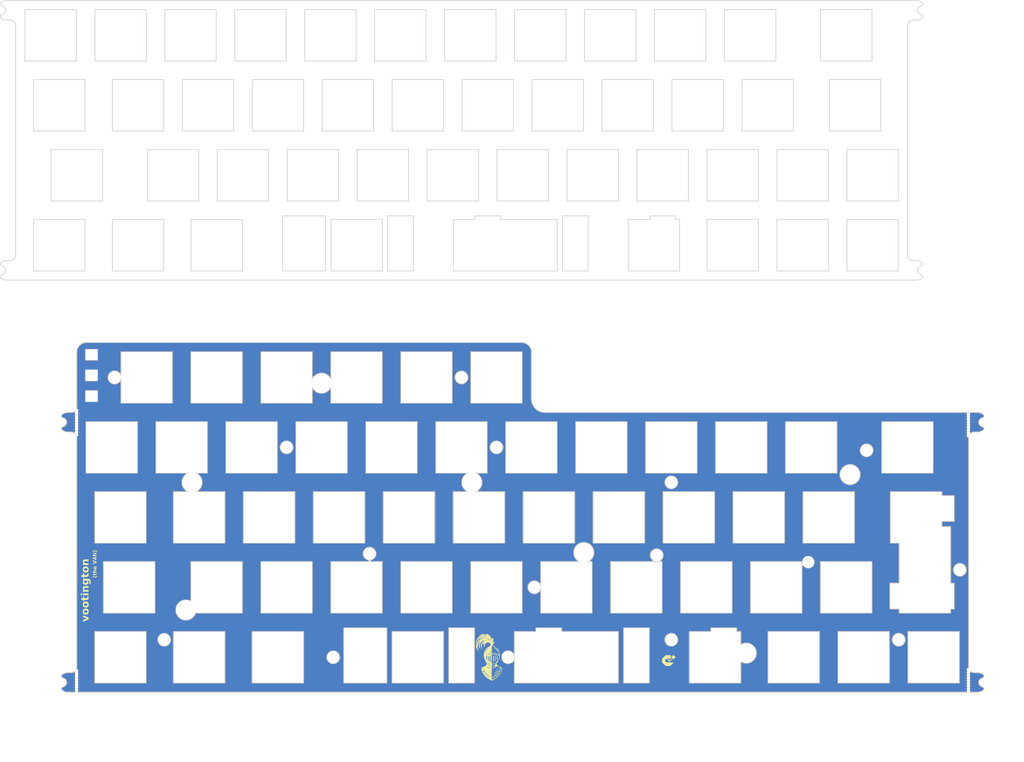
<source format=kicad_pcb>
(kicad_pcb (version 20240108) (generator "pcbnew") (generator_version "8.0")
  (layers (0 "F.Cu" signal) (31 "B.Cu" signal) (34 "B.Paste" user) (35 "F.Paste" user) (36 "B.SilkS" user "B.Silkscreen") (37 "F.SilkS" user "F.Silkscreen") (38 "B.Mask" user) (39 "F.Mask" user) (44 "Edge.Cuts" user))
  (net 0 "")
  (footprint "cipulot_parts:mousebites_2.5mm" (layer "F.Cu") (at 26.9875 103.98125)
    (property "Reference" "REF**" (hide yes))
    (property "Value" "mousebites 2mm" (hide yes))
    (pad "" np_thru_hole circle (at -0.05 -1.85) (size 0.5 0.5) (drill 0.5) (layers "*.Cu" "*.Mask"))
    (pad "" np_thru_hole circle (at -0.05 -1.11) (size 0.5 0.5) (drill 0.5) (layers "*.Cu" "*.Mask"))
    (pad "" np_thru_hole circle (at -0.05 -0.37) (size 0.5 0.5) (drill 0.5) (layers "*.Cu" "*.Mask"))
    (pad "" np_thru_hole circle (at -0.05 0.37) (size 0.5 0.5) (drill 0.5) (layers "*.Cu" "*.Mask"))
    (pad "" np_thru_hole circle (at -0.05 1.11) (size 0.5 0.5) (drill 0.5) (layers "*.Cu" "*.Mask"))
    (pad "" np_thru_hole circle (at -0.05 1.11) (size 0.5 0.5) (drill 0.5) (layers "*.Cu" "*.Mask"))
    (pad "" np_thru_hole circle (at -0.05 1.85) (size 0.5 0.5) (drill 0.5) (layers "*.Cu" "*.Mask"))
    (pad "" np_thru_hole circle (at -0.05 2.561) (size 0.5 0.5) (drill 0.5) (layers "*.Cu" "*.Mask"))
    (pad "" np_thru_hole circle (at -0.05 3.349) (size 0.5 0.5) (drill 0.5) (layers "*.Cu" "*.Mask"))
    (pad "" np_thru_hole circle (at -0.05 4.137) (size 0.5 0.5) (drill 0.5) (layers "*.Cu" "*.Mask"))
  )
  (footprint "LOGO" (layer "F.Cu") (at 140.039996 98.424999)
    (property "Reference" "G***" (hide yes))
    (property "Value" "LOGO" (hide yes))
  )
  (footprint "LOGO" (layer "F.Cu") (at 188.11875 99.21875)
    (property "Reference" "G***" (hide yes))
    (property "Value" "LOGO" (hide yes))
  )
  (footprint "cipulot_parts:mousebites_2.5mm" (layer "F.Cu") (at 269.875 34.751)
    (property "Reference" "REF**" (hide yes))
    (property "Value" "mousebites 2mm" (hide yes))
    (pad "" np_thru_hole circle (at -0.05 -2.561) (size 0.5 0.5) (drill 0.5) (layers "F&B.Cu" "*.Mask"))
    (pad "" np_thru_hole circle (at -0.05 -1.85) (size 0.5 0.5) (drill 0.5) (layers "F&B.Cu" "*.Mask"))
    (pad "" np_thru_hole circle (at -0.05 -1.11) (size 0.5 0.5) (drill 0.5) (layers "F&B.Cu" "*.Mask"))
    (pad "" np_thru_hole circle (at -0.05 -0.37) (size 0.5 0.5) (drill 0.5) (layers "F&B.Cu" "*.Mask"))
    (pad "" np_thru_hole circle (at -0.05 0.37) (size 0.5 0.5) (drill 0.5) (layers "F&B.Cu" "*.Mask"))
    (pad "" np_thru_hole circle (at -0.05 1.11) (size 0.5 0.5) (drill 0.5) (layers "F&B.Cu" "*.Mask"))
    (pad "" np_thru_hole circle (at -0.05 1.11) (size 0.5 0.5) (drill 0.5) (layers "F&B.Cu" "*.Mask"))
    (pad "" np_thru_hole circle (at -0.05 1.85) (size 0.5 0.5) (drill 0.5) (layers "F&B.Cu" "*.Mask"))
    (pad "" np_thru_hole circle (at -0.05 2.561) (size 0.5 0.5) (drill 0.5) (layers "F&B.Cu" "*.Mask"))
    (pad "" np_thru_hole circle (at -0.05 3.349) (size 0.5 0.5) (drill 0.5) (layers "F&B.Cu" "*.Mask"))
  )
  (footprint "cipulot_parts:mousebites_2.5mm" (layer "F.Cu") (at 269.875 103.665)
    (property "Reference" "REF**" (hide yes))
    (property "Value" "mousebites 2mm" (hide yes))
    (pad "" np_thru_hole circle (at -0.05 -1.85) (size 0.5 0.5) (drill 0.5) (layers "*.Cu" "*.Mask"))
    (pad "" np_thru_hole circle (at -0.05 -1.11) (size 0.5 0.5) (drill 0.5) (layers "*.Cu" "*.Mask"))
    (pad "" np_thru_hole circle (at -0.05 -0.37) (size 0.5 0.5) (drill 0.5) (layers "*.Cu" "*.Mask"))
    (pad "" np_thru_hole circle (at -0.05 0.37) (size 0.5 0.5) (drill 0.5) (layers "*.Cu" "*.Mask"))
    (pad "" np_thru_hole circle (at -0.05 1.11) (size 0.5 0.5) (drill 0.5) (layers "*.Cu" "*.Mask"))
    (pad "" np_thru_hole circle (at -0.05 1.11) (size 0.5 0.5) (drill 0.5) (layers "*.Cu" "*.Mask"))
    (pad "" np_thru_hole circle (at -0.05 1.85) (size 0.5 0.5) (drill 0.5) (layers "*.Cu" "*.Mask"))
    (pad "" np_thru_hole circle (at -0.05 2.561) (size 0.5 0.5) (drill 0.5) (layers "*.Cu" "*.Mask"))
    (pad "" np_thru_hole circle (at -0.05 3.349) (size 0.5 0.5) (drill 0.5) (layers "*.Cu" "*.Mask"))
    (pad "" np_thru_hole circle (at -0.05 4.137) (size 0.5 0.5) (drill 0.5) (layers "*.Cu" "*.Mask"))
  )
  (footprint "cipulot_parts:mousebites_2.5mm" (layer "F.Cu") (at 26.9875 33.76125)
    (property "Reference" "REF**" (hide yes))
    (property "Value" "mousebites 2mm" (hide yes))
    (pad "" np_thru_hole circle (at -0.05 -2.561) (size 0.5 0.5) (drill 0.5) (layers "*.Cu" "*.Mask"))
    (pad "" np_thru_hole circle (at -0.05 -1.85) (size 0.5 0.5) (drill 0.5) (layers "*.Cu" "*.Mask"))
    (pad "" np_thru_hole circle (at -0.05 -1.11) (size 0.5 0.5) (drill 0.5) (layers "*.Cu" "*.Mask"))
    (pad "" np_thru_hole circle (at -0.05 -0.37) (size 0.5 0.5) (drill 0.5) (layers "*.Cu" "*.Mask"))
    (pad "" np_thru_hole circle (at -0.05 0.37) (size 0.5 0.5) (drill 0.5) (layers "*.Cu" "*.Mask"))
    (pad "" np_thru_hole circle (at -0.05 1.11) (size 0.5 0.5) (drill 0.5) (layers "*.Cu" "*.Mask"))
    (pad "" np_thru_hole circle (at -0.05 1.11) (size 0.5 0.5) (drill 0.5) (layers "*.Cu" "*.Mask"))
    (pad "" np_thru_hole circle (at -0.05 1.85) (size 0.5 0.5) (drill 0.5) (layers "*.Cu" "*.Mask"))
    (pad "" np_thru_hole circle (at -0.05 2.561) (size 0.5 0.5) (drill 0.5) (layers "*.Cu" "*.Mask"))
    (pad "" np_thru_hole circle (at -0.05 3.349) (size 0.5 0.5) (drill 0.5) (layers "*.Cu" "*.Mask"))
    (pad "" np_thru_hole circle (at -0.05 4.137) (size 0.5 0.5) (drill 0.5) (layers "*.Cu" "*.Mask"))
  )
  (gr_line (start 124.475 67.33125) (end 110.475 67.33125) (stroke (width 0.2)) (layer "Edge.Cuts"))
  (gr_line (start 129.2375 15.23125) (end 129.2375 29.23125) (stroke (width 0.2)) (layer "Edge.Cuts"))
  (gr_arc (start 6.382554 -4.826104) (mid 6.203056 -5.336169) (end 6.592539 -5.711255) (stroke (width 0.2)) (layer "Edge.Cuts"))
  (gr_line (start 191.181251 -20.7875) (end 190.056251 -20.7875) (stroke (width 0.2)) (layer "Edge.Cuts"))
  (gr_line (start 64.975001 -63.9375) (end 64.975001 -77.9375) (stroke (width 0.2)) (layer "Edge.Cuts"))
  (gr_line (start 88.75625 91.43125) (end 88.75625 105.43125) (stroke (width 0.2)) (layer "Edge.Cuts"))
  (gr_line (start 205.725 67.33125) (end 205.725 53.33125) (stroke (width 0.2)) (layer "Edge.Cuts"))
  (gr_line (start 167.3375 72.38125) (end 166.274524 72.38125) (stroke (width 0.2)) (layer "Edge.Cuts"))
  (gr_arc (start 273.842447 103.169854) (mid 274.021946 103.679919) (end 273.632463 104.055005) (stroke (width 0.2)) (layer "Edge.Cuts"))
  (gr_line (start 170.037501 -58.8875) (end 170.037501 -44.8875) (stroke (width 0.2)) (layer "Edge.Cuts"))
  (gr_line (start 25.4875 102.60625) (end 24.6625 102.60625) (stroke (width 0.2)) (layer "Edge.Cuts"))
  (gr_line (start 234.0125 34.28125) (end 234.0125 48.28125) (stroke (width 0.2)) (layer "Edge.Cuts"))
  (gr_arc (start 26.9875 30.25625) (mid 26.54816 31.31691) (end 25.4875 31.75625) (stroke (width 0.2)) (layer "Edge.Cuts"))
  (gr_line (start 29.256251 -58.8875) (end 15.256251 -58.8875) (stroke (width 0.2)) (layer "Edge.Cuts"))
  (gr_line (start 157.8125 34.28125) (end 157.8125 48.28125) (stroke (width 0.2)) (layer "Edge.Cuts"))
  (gr_line (start 110.475 67.33125) (end 110.475 53.33125) (stroke (width 0.2)) (layer "Edge.Cuts"))
  (gr_line (start 207.81875 105.43125) (end 207.81875 99.607592) (stroke (width 0.2)) (layer "Edge.Cuts"))
  (gr_line (start 222.137501 -58.8875) (end 208.137501 -58.8875) (stroke (width 0.2)) (layer "Edge.Cuts"))
  (gr_line (start 89.075001 -63.9375) (end 103.075001 -63.9375) (stroke (width 0.2)) (layer "Edge.Cuts"))
  (gr_arc (start 272.2 31.75625) (mid 273.068228 31.901071) (end 273.842447 32.319854) (stroke (width 0.2)) (layer "Edge.Cuts"))
  (gr_line (start 220.0125 48.28125) (end 220.0125 34.28125) (stroke (width 0.2)) (layer "Edge.Cuts"))
  (gr_line (start 112.887501 -58.8875) (end 112.887501 -44.8875) (stroke (width 0.2)) (layer "Edge.Cuts"))
  (gr_line (start 264.96875 76.85625) (end 264.96875 72.38125) (stroke (width 0.2)) (layer "Edge.Cuts"))
  (gr_line (start 175.91925 90.43125) (end 182.91925 90.43125) (stroke (width 0.2)) (layer "Edge.Cuts"))
  (gr_line (start 264.96875 86.38125) (end 264.96875 85.29425) (stroke (width 0.2)) (layer "Edge.Cuts"))
  (gr_line (start 210.4875 86.38125) (end 224.4875 86.38125) (stroke (width 0.2)) (layer "Edge.Cuts"))
  (gr_line (start 146.225001 -77.9375) (end 146.225001 -63.9375) (stroke (width 0.2)) (layer "Edge.Cuts"))
  (gr_line (start 108.125001 -77.9375) (end 108.125001 -63.9375) (stroke (width 0.2)) (layer "Edge.Cuts"))
  (gr_line (start 15.256251 -6.7875) (end 29.256251 -6.7875) (stroke (width 0.2)) (layer "Edge.Cuts"))
  (gr_line (start 150.987501 -44.8875) (end 164.987501 -44.8875) (stroke (width 0.2)) (layer "Edge.Cuts"))
  (gr_line (start 84.025001 -77.9375) (end 70.025001 -77.9375) (stroke (width 0.2)) (layer "Edge.Cuts"))
  (gr_line (start 118.656751 -6.7875) (end 118.656751 -21.7875) (stroke (width 0.2)) (layer "Edge.Cuts"))
  (gr_line (start 250.96875 72.38125) (end 250.96875 76.85625) (stroke (width 0.2)) (layer "Edge.Cuts"))
  (gr_line (start 124.7625 48.28125) (end 133.499223 48.28125) (stroke (width 0.2)) (layer "Edge.Cuts"))
  (gr_line (start 72.118751 -20.7875) (end 58.118751 -20.7875) (stroke (width 0.2)) (layer "Edge.Cuts"))
  (gr_line (start 110.218751 -20.7875) (end 96.218751 -20.7875) (stroke (width 0.2)) (layer "Edge.Cuts"))
  (gr_arc (start 273.632463 106.507495) (mid 274.021946 106.882581) (end 273.842447 107.392646) (stroke (width 0.2)) (layer "Edge.Cuts"))
  (gr_line (start 26.875001 -63.9375) (end 26.875001 -77.9375) (stroke (width 0.2)) (layer "Edge.Cuts"))
  (gr_arc (start 255.562454 -9.6125) (mid 256.43071 -9.467686) (end 257.204948 -9.048896) (stroke (width 0.2)) (layer "Edge.Cuts"))
  (gr_line (start 231.662501 -25.8375) (end 231.662501 -39.8375) (stroke (width 0.2)) (layer "Edge.Cuts"))
  (gr_arc (start 256.994964 -5.711255) (mid 257.384414 -5.336186) (end 257.204948 -4.826104) (stroke (width 0.2)) (layer "Edge.Cuts"))
  (gr_arc (start 6.592539 -8.163745) (mid 6.203055 -8.538831) (end 6.382554 -9.048896) (stroke (width 0.2)) (layer "Edge.Cuts"))
  (gr_line (start 129.556251 -20.7875) (end 129.556251 -6.7875) (stroke (width 0.2)) (layer "Edge.Cuts"))
  (gr_line (start 264.96875 72.38125) (end 264.96875 62.85625) (stroke (width 0.2)) (layer "Edge.Cuts"))
  (gr_line (start 118.656751 -21.7875) (end 111.656751 -21.7875) (stroke (width 0.2)) (layer "Edge.Cuts"))
  (gr_line (start 181.625 67.33125) (end 167.625 67.33125) (stroke (width 0.2)) (layer "Edge.Cuts"))
  (gr_line (start 155.462501 -39.8375) (end 141.462501 -39.8375) (stroke (width 0.2)) (layer "Edge.Cuts"))
  (gr_line (start 146.188843 98.130496) (end 146.19375 91.43125) (stroke (width 0.2)) (layer "Edge.Cuts"))
  (gr_line (start 70.025001 -77.9375) (end 70.025001 -63.9375) (stroke (width 0.2)) (layer "Edge.Cuts"))
  (gr_arc (start 26.9875 15.38125) (mid 27.770989 13.489739) (end 29.6625 12.70625) (stroke (width 0.2)) (layer "Edge.Cuts"))
  (gr_line (start 255.562454 -80.4625) (end 8.024994 -80.4625) (stroke (width 0.2)) (layer "Edge.Cuts"))
  (gr_line (start 184.686172 72.371568) (end 172.3875 72.38125) (stroke (width 0.2)) (layer "Edge.Cuts"))
  (gr_line (start 124.475 53.33125) (end 124.475 67.33125) (stroke (width 0.2)) (layer "Edge.Cuts"))
  (gr_line (start 184.037501 -44.8875) (end 184.037501 -58.8875) (stroke (width 0.2)) (layer "Edge.Cuts"))
  (gr_line (start 67.325 91.43125) (end 67.325 105.43125) (stroke (width 0.2)) (layer "Edge.Cuts"))
  (gr_line (start 108.125001 -63.9375) (end 122.125001 -63.9375) (stroke (width 0.2)) (layer "Edge.Cuts"))
  (gr_line (start 100.6625 48.28125) (end 86.6625 48.28125) (stroke (width 0.2)) (layer "Edge.Cuts"))
  (gr_line (start 34.018751 -39.8375) (end 20.018751 -39.8375) (stroke (width 0.2)) (layer "Edge.Cuts"))
  (gr_line (start 148.2875 15.23125) (end 148.2875 29.23125) (stroke (width 0.2)) (layer "Edge.Cuts"))
  (gr_line (start 199.69375 90.43125) (end 206.69375 90.43125) (stroke (width 0.2)) (layer "Edge.Cuts"))
  (gr_rect (start 29.368749 20.168466) (end 32.650571 23.176536) (stroke (width 0.1)) (fill none) (layer "Edge.Cuts"))
  (gr_line (start 229.25 91.43125) (end 229.25 105.43125) (stroke (width 0.2)) (layer "Edge.Cuts"))
  (gr_line (start 162.8625 48.28125) (end 162.8625 34.28125) (stroke (width 0.2)) (layer "Edge.Cuts"))
  (gr_line (start 182.91925 90.43125) (end 182.91925 105.43125) (stroke (width 0.2)) (layer "Edge.Cuts"))
  (gr_line (start 174.48125 91.43125) (end 174.48125 105.43125) (stroke (width 0.2)) (layer "Edge.Cuts"))
  (gr_line (start 146.19375 105.43125) (end 146.197378 98.664144) (stroke (width 0.2)) (layer "Edge.Cuts"))
  (gr_line (start 157.843751 -6.7875) (end 157.843751 -20.7875) (stroke (width 0.2)) (layer "Edge.Cuts"))
  (gr_line (start 160.512501 -25.8375) (end 174.512501 -25.8375) (stroke (width 0.2)) (layer "Edge.Cuts"))
  (gr_line (start 72.375 67.33125) (end 72.375 53.33125) (stroke (width 0.2)) (layer "Edge.Cuts"))
  (gr_line (start 110.1875 86.38125) (end 110.1875 72.38125) (stroke (width 0.2)) (layer "Edge.Cuts"))
  (gr_line (start 31.89375 105.43125) (end 31.89375 91.43125) (stroke (width 0.2)) (layer "Edge.Cuts"))
  (gr_circle (center 188.9125 93.6625) (end 187.1625 93.6625) (stroke (width 0.2)) (fill none) (layer "Edge.Cuts"))
  (gr_line (start 74.787501 -44.8875) (end 88.787501 -44.8875) (stroke (width 0.2)) (layer "Edge.Cuts"))
  (gr_line (start 58.118751 -20.7875) (end 58.118751 -6.7875) (stroke (width 0.2)) (layer "Edge.Cuts"))
  (gr_circle (center 267.49375 74.6125) (end 265.74375 74.6125) (stroke (width 0.2)) (fill none) (layer "Edge.Cuts"))
  (gr_line (start 220.0125 34.28125) (end 234.0125 34.28125) (stroke (width 0.2)) (layer "Edge.Cuts"))
  (gr_line (start 45.89375 91.43125) (end 45.89375 105.43125) (stroke (width 0.2)) (layer "Edge.Cuts"))
  (gr_line (start 34.275 72.38125) (end 34.275 86.38125) (stroke (width 0.2)) (layer "Edge.Cuts"))
  (gr_line (start 189.087501 -44.8875) (end 203.087501 -44.8875) (stroke (width 0.2)) (layer "Edge.Cuts"))
  (gr_line (start 126.887501 -58.8875) (end 112.887501 -58.8875) (stroke (width 0.2)) (layer "Edge.Cuts"))
  (gr_line (start 134.2875 72.38125) (end 134.2875 86.38125) (stroke (width 0.2)) (layer "Edge.Cuts"))
  (gr_arc (start 163.875066 72.38125) (mid 165.074795 67.15675) (end 166.274524 72.38125) (stroke (width 0.2)) (layer "Edge.Cuts"))
  (gr_line (start 260.20625 34.28125) (end 260.20625 48.28125) (stroke (width 0.2)) (layer "Edge.Cuts"))
  (gr_arc (start 8.025004 -4.2625) (mid 7.156774 -4.407321) (end 6.382554 -4.826104) (stroke (width 0.2)) (layer "Edge.Cuts"))
  (gr_line (start 93.837501 -58.8875) (end 93.837501 -44.8875) (stroke (width 0.2)) (layer "Edge.Cuts"))
  (gr_line (start 200.675 67.33125) (end 186.675 67.33125) (stroke (width 0.2)) (layer "Edge.Cuts"))
  (gr_line (start 255.562454 -9.6125) (end 254.737454 -9.6125) (stroke (width 0.2)) (layer "Edge.Cuts"))
  (gr_line (start 236.712501 -25.8375) (end 250.712501 -25.8375) (stroke (width 0.2)) (layer "Edge.Cuts"))
  (gr_line (start 96.218751 -20.7875) (end 96.218751 -6.7875) (stroke (width 0.2)) (layer "Edge.Cuts"))
  (gr_line (start 20.018751 -25.8375) (end 34.018751 -25.8375) (stroke (width 0.2)) (layer "Edge.Cuts"))
  (gr_line (start 46.212501 -25.8375) (end 60.212501 -25.8375) (stroke (width 0.2)) (layer "Edge.Cuts"))
  (gr_line (start 238.775 67.33125) (end 224.775 67.33125) (stroke (width 0.2)) (layer "Edge.Cuts"))
  (gr_line (start 170.037501 -44.8875) (end 184.037501 -44.8875) (stroke (width 0.2)) (layer "Edge.Cuts"))
  (gr_line (start 198.612501 -39.8375) (end 198.612501 -25.8375) (stroke (width 0.2)) (layer "Edge.Cuts"))
  (gr_line (start 224.775 67.33125) (end 224.775 53.33125) (stroke (width 0.2)) (layer "Edge.Cuts"))
  (gr_line (start 234.3 91.43125) (end 248.3 91.43125) (stroke (width 0.2)) (layer "Edge.Cuts"))
  (gr_line (start 186.675 53.33125) (end 200.675 53.33125) (stroke (width 0.2)) (layer "Edge.Cuts"))
  (gr_line (start 206.69375 91.43125) (end 207.81875 91.43125) (stroke (width 0.2)) (layer "Edge.Cuts"))
  (gr_line (start 177.181251 -6.7875) (end 191.181251 -6.7875) (stroke (width 0.2)) (layer "Edge.Cuts"))
  (gr_line (start 224.4875 86.38125) (end 224.4875 72.38125) (stroke (width 0.2)) (layer "Edge.Cuts"))
  (gr_line (start 157.8125 48.28125) (end 143.8125 48.28125) (stroke (width 0.2)) (layer "Edge.Cuts"))
  (gr_line (start 172.3875 72.38125) (end 172.3875 86.38125) (stroke (width 0.2)) (layer "Edge.Cuts"))
  (gr_line (start 48.275 72.38125) (end 34.275 72.38125) (stroke (width 0.2)) (layer "Edge.Cuts"))
  (gr_line (start 129.2375 72.38125) (end 115.2375 72.38125) (stroke (width 0.2)) (layer "Edge.Cuts"))
  (gr_arc (start 273.632463 35.657495) (mid 274.021946 36.032581) (end 273.842447 36.542646) (stroke (width 0.2)) (layer "Edge.Cuts"))
  (gr_line (start 203.087501 -44.8875) (end 203.087501 -58.8875) (stroke (width 0.2)) (layer "Edge.Cuts"))
  (gr_line (start 272.2 31.75625) (end 154.4875 31.75625) (stroke (width 0.2)) (layer "Edge.Cuts"))
  (gr_line (start 115.2375 29.23125) (end 115.2375 15.23125) (stroke (width 0.2)) (layer "Edge.Cuts"))
  (gr_line (start 231.662501 -39.8375) (end 217.662501 -39.8375) (stroke (width 0.2)) (layer "Edge.Cuts"))
  (gr_line (start 198.612501 -6.7875) (end 212.612501 -6.7875) (stroke (width 0.2)) (layer "Edge.Cuts"))
  (gr_arc (start 24.6625 107.95625) (mid 23.794272 107.811429) (end 23.020053 107.392646) (stroke (width 0.2)) (layer "Edge.Cuts"))
  (gr_line (start 25.4875 31.75625) (end 24.6625 31.75625) (stroke (width 0.2)) (layer "Edge.Cuts"))
  (gr_line (start 70.025001 -63.9375) (end 84.025001 -63.9375) (stroke (width 0.2)) (layer "Edge.Cuts"))
  (gr_line (start 167.625 53.33125) (end 181.625 53.33125) (stroke (width 0.2)) (layer "Edge.Cuts"))
  (gr_line (start 31.925001 -63.9375) (end 45.925001 -63.9375) (stroke (width 0.2)) (layer "Edge.Cuts"))
  (gr_line (start 136.412501 -25.8375) (end 136.412501 -39.8375) (stroke (width 0.2)) (layer "Edge.Cuts"))
  (gr_line (start 193.562501 -25.8375) (end 193.562501 -39.8375) (stroke (width 0.2)) (layer "Edge.Cuts"))
  (gr_line (start 234.3 105.43125) (end 234.3 91.43125) (stroke (width 0.2)) (layer "Edge.Cuts"))
  (gr_line (start 163.875066 72.38125) (end 153.3375 72.38125) (stroke (width 0.2)) (layer "Edge.Cuts"))
  (gr_line (start 98.312501 -25.8375) (end 98.312501 -39.8375) (stroke (width 0.2)) (layer "Edge.Cuts"))
  (gr_arc (start 269.875 38.60625) (mid 270.31434 37.54559) (end 271.375 37.10625) (stroke (width 0.2)) (layer "Edge.Cuts"))
  (gr_line (start 212.612501 -6.7875) (end 212.612501 -20.7875) (stroke (width 0.2)) (layer "Edge.Cuts"))
  (gr_line (start 36.687501 -6.7875) (end 50.687501 -6.7875) (stroke (width 0.2)) (layer "Edge.Cuts"))
  (gr_line (start 24.6625 37.10625) (end 25.4875 37.10625) (stroke (width 0.2)) (layer "Edge.Cuts"))
  (gr_line (start 110.1875 15.23125) (end 110.1875 29.23125) (stroke (width 0.2)) (layer "Edge.Cuts"))
  (gr_line (start 203.375001 -63.9375) (end 217.375001 -63.9375) (stroke (width 0.2)) (layer "Edge.Cuts"))
  (gr_line (start 214.9625 34.28125) (end 214.9625 48.28125) (stroke (width 0.2)) (layer "Edge.Cuts"))
  (gr_line (start 160.225001 -77.9375) (end 146.225001 -77.9375) (stroke (width 0.2)) (layer "Edge.Cuts"))
  (gr_line (start 135.67578 48.28125) (end 138.7625 48.28125) (stroke (width 0.2)) (layer "Edge.Cuts"))
  (gr_line (start 91.1375 86.38125) (end 91.1375 72.38125) (stroke (width 0.2)) (layer "Edge.Cuts"))
  (gr_arc (start 96.185253 24.882807) (mid 93.659491 26.542211) (end 91.135253 24.88049) (stroke (width 0.2)) (layer "Edge.Cuts"))
  (gr_line (start 164.987501 -44.8875) (end 164.987501 -58.8875) (stroke (width 0.2)) (layer "Edge.Cuts"))
  (gr_line (start 176.8625 48.28125) (end 162.8625 48.28125) (stroke (width 0.2)) (layer "Edge.Cuts"))
  (gr_line (start 111.41825 105.43125) (end 99.69375 105.43125) (stroke (width 0.2)) (layer "Edge.Cuts"))
  (gr_line (start 143.525 53.33125) (end 135.678098 53.33125) (stroke (width 0.2)) (layer "Edge.Cuts"))
  (gr_line (start 53.0375 15.23125) (end 53.0375 29.23125) (stroke (width 0.2)) (layer "Edge.Cuts"))
  (gr_line (start 217.662501 -39.8375) (end 217.662501 -25.8375) (stroke (width 0.2)) (layer "Edge.Cuts"))
  (gr_line (start 96.1875 15.23125) (end 96.171559 22.699851) (stroke (width 0.2)) (layer "Edge.Cuts"))
  (gr_line (start 77.1375 72.38125) (end 77.1375 86.38125) (stroke (width 0.2)) (layer "Edge.Cuts"))
  (gr_line (start 46.212501 -39.8375) (end 46.212501 -25.8375) (stroke (width 0.2)) (layer "Edge.Cuts"))
  (gr_line (start 148.2875 29.23125) (end 134.2875 29.23125) (stroke (width 0.2)) (layer "Edge.Cuts"))
  (gr_arc (start 23.020053 32.319854) (mid 23.794272 31.901071) (end 24.6625 31.75625) (stroke (width 0.2)) (layer "Edge.Cuts"))
  (gr_line (start 110.218751 -6.7875) (end 110.218751 -20.7875) (stroke (width 0.2)) (layer "Edge.Cuts"))
  (gr_line (start 31.89375 53.33125) (end 45.89375 53.33125) (stroke (width 0.2)) (layer "Edge.Cuts"))
  (gr_line (start 84.025001 -63.9375) (end 84.025001 -77.9375) (stroke (width 0.2)) (layer "Edge.Cuts"))
  (gr_arc (start 146.197378 98.664144) (mid 142.711441 98.453007) (end 146.188843 98.130496) (stroke (width 0.2)) (layer "Edge.Cuts"))
  (gr_line (start 260.20625 48.28125) (end 246.20625 48.28125) (stroke (width 0.2)) (layer "Edge.Cuts"))
  (gr_line (start 129.525 53.33125) (end 129.525 67.33125) (stroke (width 0.2)) (layer "Edge.Cuts"))
  (gr_line (start 141.175001 -63.9375) (end 141.175001 -77.9375) (stroke (width 0.2)) (layer "Edge.Cuts"))
  (gr_line (start 269.875 101.10625) (end 269.875 38.60625) (stroke (width 0.2)) (layer "Edge.Cuts"))
  (gr_line (start 214.9625 48.28125) (end 200.9625 48.28125) (stroke (width 0.2)) (layer "Edge.Cuts"))
  (gr_line (start 93.837501 -44.8875) (end 107.837501 -44.8875) (stroke (width 0.2)) (layer "Edge.Cuts"))
  (gr_line (start 67.6125 48.28125) (end 67.6125 34.28125) (stroke (width 0.2)) (layer "Edge.Cuts"))
  (gr_line (start 246.20625 48.28125) (end 246.20625 34.28125) (stroke (width 0.2)) (layer "Edge.Cuts"))
  (gr_line (start 74.75625 105.43125) (end 74.75625 91.43125) (stroke (width 0.2)) (layer "Edge.Cuts"))
  (gr_arc (start 6.382554 -9.048896) (mid 7.156769 -9.467679) (end 8.024994 -9.6125) (stroke (width 0.2)) (layer "Edge.Cuts"))
  (gr_arc (start 10.350001 -11.112506) (mid 9.909158 -10.050341) (end 8.845752 -9.6125) (stroke (width 0.2)) (layer "Edge.Cuts"))
  (gr_line (start 10.350001 -73.6125) (end 10.350001 -11.112506) (stroke (width 0.2)) (layer "Edge.Cuts"))
  (gr_line (start 77.1375 86.38125) (end 91.1375 86.38125) (stroke (width 0.2)) (layer "Edge.Cuts"))
  (gr_line (start 96.1875 72.38125) (end 96.1875 86.38125) (stroke (width 0.2)) (layer "Edge.Cuts"))
  (gr_line (start 34.275 86.38125) (end 48.275 86.38125) (stroke (width 0.2)) (layer "Edge.Cuts"))
  (gr_line (start 157.843751 -20.7875) (end 142.405751 -20.7875) (stroke (width 0.2)) (layer "Edge.Cuts"))
  (gr_line (start 36.687501 -20.7875) (end 36.687501 -6.7875) (stroke (width 0.2)) (layer "Edge.Cuts"))
  (gr_line (start 55.737501 -44.8875) (end 69.737501 -44.8875) (stroke (width 0.2)) (layer "Edge.Cuts"))
  (gr_line (start 203.375001 -77.9375) (end 203.375001 -63.9375) (stroke (width 0.2)) (layer "Edge.Cuts"))
  (gr_arc (start 272.2 102.60625) (mid 273.068228 102.751071) (end 273.842447 103.169854) (stroke (width 0.2)) (layer "Edge.Cuts"))
  (gr_line (start 69.737501 -44.8875) (end 69.737501 -58.8875) (stroke (width 0.2)) (layer "Edge.Cuts"))
  (gr_line (start 43.5125 34.28125) (end 43.5125 48.28125) (stroke (width 0.2)) (layer "Edge.Cuts"))
  (gr_line (start 254.750163 -75.1125) (end 255.569492 -75.1125) (stroke (width 0.2)) (layer "Edge.Cuts"))
  (gr_line (start 135.405751 -20.7875) (end 129.556251 -20.7875) (stroke (width 0.2)) (layer "Edge.Cuts"))
  (gr_line (start 100.6625 34.28125) (end 100.6625 48.28125) (stroke (width 0.2)) (layer "Edge.Cuts"))
  (gr_line (start 250.712501 -25.8375) (end 250.712501 -39.8375) (stroke (width 0.2)) (layer "Edge.Cuts"))
  (gr_line (start 150.987501 -58.8875) (end 150.987501 -44.8875) (stroke (width 0.2)) (layer "Edge.Cuts"))
  (gr_line (start 122.125001 -63.9375) (end 122.125001 -77.9375) (stroke (width 0.2)) (layer "Edge.Cuts"))
  (gr_arc (start 148.1375 12.70625) (mid 150.029011 13.489739) (end 150.8125 15.38125) (stroke (width 0.2)) (layer "Edge.Cuts"))
  (gr_line (start 91.1375 29.23125) (end 77.1375 29.23125) (stroke (width 0.2)) (layer "Edge.Cuts"))
  (gr_line (start 179.562501 -39.8375) (end 179.562501 -25.8375) (stroke (width 0.2)) (layer "Edge.Cuts"))
  (gr_line (start 243.568751 -63.9375) (end 243.568751 -77.9375) (stroke (width 0.2)) (layer "Edge.Cuts"))
  (gr_arc (start 256.994964 -76.561255) (mid 257.384414 -76.186186) (end 257.204948 -75.676104) (stroke (width 0.2)) (layer "Edge.Cuts"))
  (gr_line (start 224.4875 72.38125) (end 210.4875 72.38125) (stroke (width 0.2)) (layer "Edge.Cuts"))
  (gr_line (start 122.412501 -25.8375) (end 136.412501 -25.8375) (stroke (width 0.2)) (layer "Edge.Cuts"))
  (gr_line (start 39.0375 29.23125) (end 39.038746 22.676493) (stroke (width 0.2)) (layer "Edge.Cuts"))
  (gr_line (start 74.75625 91.43125) (end 88.75625 91.43125) (stroke (width 0.2)) (layer "Edge.Cuts"))
  (gr_line (start 148.575 53.33125) (end 162.575 53.33125) (stroke (width 0.2)) (layer "Edge.Cuts"))
  (gr_line (start 26.875001 -77.9375) (end 12.875001 -77.9375) (stroke (width 0.2)) (layer "Edge.Cuts"))
  (gr_arc (start 91.121559 22.702169) (mid 93.645797 21.040448) (end 96.171559 22.699851) (stroke (width 0.2)) (layer "Edge.Cuts"))
  (gr_line (start 229.568751 -63.9375) (end 243.568751 -63.9375) (stroke (width 0.2)) (layer "Edge.Cuts"))
  (gr_line (start 253.35 105.43125) (end 253.35 91.43125) (stroke (width 0.2)) (layer "Edge.Cuts"))
  (gr_line (start 72.0875 15.23125) (end 72.0875 29.23125) (stroke (width 0.2)) (layer "Edge.Cuts"))
  (gr_line (start 186.3875 72.38125) (end 185.156467 72.377663) (stroke (width 0.2)) (layer "Edge.Cuts"))
  (gr_line (start 190.056251 -20.7875) (end 190.056251 -21.7875) (stroke (width 0.2)) (layer "Edge.Cuts"))
  (gr_line (start 105.7125 48.28125) (end 105.7125 34.28125) (stroke (width 0.2)) (layer "Edge.Cuts"))
  (gr_line (start 98.312501 -39.8375) (end 84.312501 -39.8375) (stroke (width 0.2)) (layer "Edge.Cuts"))
  (gr_line (start 231.662501 -6.7875) (end 231.662501 -20.7875) (stroke (width 0.2)) (layer "Edge.Cuts"))
  (gr_line (start 126.85625 91.43125) (end 126.85625 105.43125) (stroke (width 0.2)) (layer "Edge.Cuts"))
  (gr_line (start 243.568751 -77.9375) (end 229.568751 -77.9375) (stroke (width 0.2)) (layer "Edge.Cuts"))
  (gr_line (start 12.875001 -77.9375) (end 12.875001 -63.9375) (stroke (width 0.2)) (layer "Edge.Cuts"))
  (gr_line (start 84.312501 -25.8375) (end 98.312501 -25.8375) (stroke (width 0.2)) (layer "Edge.Cuts"))
  (gr_line (start 65.262501 -39.8375) (end 65.262501 -25.8375) (stroke (width 0.2)) (layer "Edge.Cuts"))
  (gr_line (start 238.775 53.33125) (end 238.775 67.33125) (stroke (width 0.2)) (layer "Edge.Cuts"))
  (gr_line (start 48.5625 48.28125) (end 48.5625 34.28125) (stroke (width 0.2)) (layer "Edge.Cuts"))
  (gr_line (start 105.7125 34.28125) (end 119.7125 34.28125) (stroke (width 0.2)) (layer "Edge.Cuts"))
  (gr_line (start 152.04325 90.43125) (end 159.04325 90.43125) (stroke (width 0.2)) (layer "Edge.Cuts"))
  (gr_line (start 77.1375 29.23125) (end 77.1375 15.23125) (stroke (width 0.2)) (layer "Edge.Cuts"))
  (gr_line (start 119.7125 48.28125) (end 105.7125 48.28125) (stroke (width 0.2)) (layer "Edge.Cuts"))
  (gr_line (start 31.89375 67.33125) (end 31.89375 53.33125) (stroke (width 0.2)) (layer "Edge.Cuts"))
  (gr_line (start 86.375 67.33125) (end 72.375 67.33125) (stroke (width 0.2)) (layer "Edge.Cuts"))
  (gr_line (start 191.4375 72.38125) (end 191.4375 86.38125) (stroke (width 0.2)) (layer "Edge.Cuts"))
  (gr_line (start 174.512501 -25.8375) (end 174.512501 -39.8375) (stroke (width 0.2)) (layer "Edge.Cuts"))
  (gr_line (start 29.256251 -20.7875) (end 15.256251 -20.7875) (stroke (width 0.2)) (layer "Edge.Cuts"))
  (gr_line (start 39.039239 21.775404) (end 39.0375 15.23125) (stroke (width 0.2)) (layer "Edge.Cuts"))
  (gr_circle (center 96.8375 98.425) (end 95.0875 98.425) (stroke (width 0.2)) (fill none) (layer "Edge.Cuts"))
  (gr_line (start 253.35 91.43125) (end 267.35 91.43125) (stroke (width 0.2)) (layer "Edge.Cuts"))
  (gr_line (start 126.85625 105.43125) (end 112.85625 105.43125) (stroke (width 0.2)) (layer "Edge.Cuts"))
  (gr_line (start 148.575 67.33125) (end 148.575 53.33125) (stroke (width 0.2)) (layer "Edge.Cuts"))
  (gr_line (start 143.8125 34.28125) (end 157.8125 34.28125) (stroke (width 0.2)) (layer "Edge.Cuts"))
  (gr_line (start 165.275001 -77.9375) (end 165.275001 -63.9375) (stroke (width 0.2)) (layer "Edge.Cuts"))
  (gr_line (start 81.6125 48.28125) (end 67.6125 48.28125) (stroke (width 0.2)) (layer "Edge.Cuts"))
  (gr_arc (start 8.025004 -75.1125) (mid 7.156774 -75.257321) (end 6.382554 -75.676104) (stroke (width 0.2)) (layer "Edge.Cuts"))
  (gr_line (start 53.325 105.43125) (end 53.325 91.43125) (stroke (width 0.2)) (layer "Edge.Cuts"))
  (gr_line (start 129.556251 -6.7875) (end 157.843751 -6.7875) (stroke (width 0.2)) (layer "Edge.Cuts"))
  (gr_line (start 112.85625 105.43125) (end 112.85625 91.43125) (stroke (width 0.2)) (layer "Edge.Cuts"))
  (gr_line (start 53.325 67.33125) (end 53.325 53.33125) (stroke (width 0.2)) (layer "Edge.Cuts"))
  (gr_line (start 124.7625 48.28125) (end 124.7625 34.28125) (stroke (width 0.2)) (layer "Edge.Cuts"))
  (gr_line (start 245.950001 -58.8875) (end 231.950001 -58.8875) (stroke (width 0.2)) (layer "Edge.Cuts"))
  (gr_line (start 264.96875 62.85625) (end 262.5875 62.85625) (stroke (width 0.2)) (layer "Edge.Cuts"))
  (gr_line (start 248.3 91.43125) (end 248.3 105.43125) (stroke (width 0.2)) (layer "Edge.Cuts"))
  (gr_arc (start 23.020053 103.169854) (mid 23.794272 102.751071) (end 24.6625 102.60625) (stroke (width 0.2)) (layer "Edge.Cuts"))
  (gr_line (start 265.96875 78.29425) (end 264.96875 78.29425) (stroke (width 0.2)) (layer "Edge.Cuts"))
  (gr_line (start 34.018751 -25.8375) (end 34.018751 -39.8375) (stroke (width 0.2)) (layer "Edge.Cuts"))
  (gr_line (start 253.237501 -11.1125) (end 253.237501 -73.6124) (stroke (width 0.2)) (layer "Edge.Cuts"))
  (gr_line (start 229.5375 86.38125) (end 243.5375 86.38125) (stroke (width 0.2)) (layer "Edge.Cuts"))
  (gr_line (start 12.875001 -63.9375) (end 26.875001 -63.9375) (stroke (width 0.2)) (layer "Edge.Cuts"))
  (gr_line (start 145.937501 -44.8875) (end 145.937501 -58.8875) (stroke (width 0.2)) (layer "Edge.Cuts"))
  (gr_line (start 246.20625 34.28125) (end 260.20625 34.28125) (stroke (width 0.2)) (layer "Edge.Cuts"))
  (gr_line (start 150.8125 28.08125) (end 150.8125 15.38125) (stroke (width 0.2)) (layer "Edge.Cuts"))
  (gr_line (start 134.2875 29.23125) (end 134.2875 15.23125) (stroke (width 0.2)) (layer "Edge.Cuts"))
  (gr_line (start 152.04325 91.43125) (end 152.04325 90.43125) (stroke (width 0.2)) (layer "Edge.Cuts"))
  (gr_line (start 72.0875 29.23125) (end 58.0875 29.23125) (stroke (width 0.2)) (layer "Edge.Cuts"))
  (gr_line (start 264.96875 78.29425) (end 264.96875 76.85625) (stroke (width 0.2)) (layer "Edge.Cuts"))
  (gr_line (start 36.687501 -58.8875) (end 36.687501 -44.8875) (stroke (width 0.2)) (layer "Edge.Cuts"))
  (gr_line (start 111.41825 90.43125) (end 111.41825 105.43125) (stroke (width 0.2)) (layer "Edge.Cuts"))
  (gr_line (start 50.975001 -77.9375) (end 50.975001 -63.9375) (stroke (width 0.2)) (layer "Edge.Cuts"))
  (gr_line (start 60.212501 -25.8375) (end 60.212501 -39.8375) (stroke (width 0.2)) (layer "Edge.Cuts"))
  (gr_line (start 99.69375 90.43125) (end 111.41825 90.43125) (stroke (width 0.2)) (layer "Edge.Cuts"))
  (gr_line (start 110.1875 72.38125) (end 96.1875 72.38125) (stroke (width 0.2)) (layer "Edge.Cuts"))
  (gr_line (start 250.96875 76.85625) (end 250.971229 78.262205) (stroke (width 0.2)) (layer "Edge.Cuts"))
  (gr_line (start 96.185253 24.882807) (end 96.1875 29.23125) (stroke (width 0.2)) (layer "Edge.Cuts"))
  (gr_line (start 219.725 67.33125) (end 205.725 67.33125) (stroke (width 0.2)) (layer "Edge.Cuts"))
  (gr_line (start 91.425 67.33125) (end 91.425 53.33125) (stroke (width 0.2)) (layer "Edge.Cuts"))
  (gr_line (start 45.925001 -77.9375) (end 31.925001 -77.9375) (stroke (width 0.2)) (layer "Edge.Cuts"))
  (gr_line (start 142.405751 -21.7875) (end 135.405751 -21.7875) (stroke (width 0.2)) (layer "Edge.Cuts"))
  (gr_arc (start 23.230037 104.055005) (mid 24.2375 105.28125) (end 23.230037 106.507495) (stroke (width 0.2)) (layer "Edge.Cuts"))
  (gr_line (start 205.4375 86.38125) (end 205.4375 72.38125) (stroke (width 0.2)) (layer "Edge.Cuts"))
  (gr_arc (start 23.230037 33.205005) (mid 24.2375 34.43125) (end 23.230037 35.657495) (stroke (width 0.2)) (layer "Edge.Cuts"))
  (gr_line (start 208.137501 -44.8875) (end 222.137501 -44.8875) (stroke (width 0.2)) (layer "Edge.Cuts"))
  (gr_circle (center 84.1375 41.275) (end 82.3875 41.275) (stroke (width 0.2)) (fill none) (layer "Edge.Cuts"))
  (gr_line (start 55.737501 -58.8875) (end 55.737501 -44.8875) (stroke (width 0.2)) (layer "Edge.Cuts"))
  (gr_line (start 264.96875 85.29425) (end 265.96875 85.29425) (stroke (width 0.2)) (layer "Edge.Cuts"))
  (gr_line (start 206.69375 91.43125) (end 206.69375 90.43125) (stroke (width 0.2)) (layer "Edge.Cuts"))
  (gr_line (start 250.712501 -39.8375) (end 236.712501 -39.8375) (stroke (width 0.2)) (layer "Edge.Cuts"))
  (gr_line (start 179.275001 -63.9375) (end 179.275001 -77.9375) (stroke (width 0.2)) (layer "Edge.Cuts"))
  (gr_arc (start 255.562454 -80.4625) (mid 256.43071 -80.317686) (end 257.204948 -79.898896) (stroke (width 0.2)) (layer "Edge.Cuts"))
  (gr_line (start 79.262501 -25.8375) (end 79.262501 -39.8375) (stroke (width 0.2)) (layer "Edge.Cuts"))
  (gr_line (start 265.96875 85.29425) (end 265.96875 78.29425) (stroke (width 0.2)) (layer "Edge.Cuts"))
  (gr_line (start 250.712501 -20.7875) (end 236.712501 -20.7875) (stroke (width 0.2)) (layer "Edge.Cuts"))
  (gr_line (start 53.325 91.43125) (end 67.325 91.43125) (stroke (width 0.2)) (layer "Edge.Cuts"))
  (gr_line (start 88.787501 -44.8875) (end 88.787501 -58.8875) (stroke (width 0.2)) (layer "Edge.Cuts"))
  (gr_line (start 217.662501 -25.8375) (end 231.662501 -25.8375) (stroke (width 0.2)) (layer "Edge.Cuts"))
  (gr_line (start 243.5375 86.38125) (end 243.5375 72.38125) (stroke (width 0.2)) (layer "Edge.Cuts"))
  (gr_arc (start 23.230037 33.205005) (mid 22.840555 32.82992) (end 23.020053 32.319854) (stroke (width 0.2)) (layer "Edge.Cuts"))
  (gr_line (start 135.29425 90.43125) (end 135.29425 105.43125) (stroke (width 0.2)) (layer "Edge.Cuts"))
  (gr_line (start 103.075001 -63.9375) (end 103.075001 -77.9375) (stroke (width 0.2)) (layer "Edge.Cuts"))
  (gr_line (start 72.118751 -6.7875) (end 72.118751 -20.7875) (stroke (width 0.2)) (layer "Edge.Cuts"))
  (gr_line (start 107.837501 -58.8875) (end 93.837501 -58.8875) (stroke (width 0.2)) (layer "Edge.Cuts"))
  (gr_line (start 215.25 105.43125) (end 215.25 91.43125) (stroke (width 0.2)) (layer "Edge.Cuts"))
  (gr_line (start 131.937501 -44.8875) (end 145.937501 -44.8875) (stroke (width 0.2)) (layer "Edge.Cuts"))
  (gr_line (start 99.69375 105.43125) (end 99.69375 90.43125) (stroke (width 0.2)) (layer "Edge.Cuts"))
  (gr_arc (start 24.6625 37.10625) (mid 23.794272 36.961429) (end 23.020053 36.542646) (stroke (width 0.2)) (layer "Edge.Cuts"))
  (gr_line (start 205.4375 72.38125) (end 191.4375 72.38125) (stroke (width 0.2)) (layer "Edge.Cuts"))
  (gr_arc (start 6.592539 -79.013745) (mid 6.203055 -79.388831) (end 6.382554 -79.898896) (stroke (width 0.2)) (layer "Edge.Cuts"))
  (gr_line (start 67.325 67.33125) (end 53.325 67.33125) (stroke (width 0.2)) (layer "Edge.Cuts"))
  (gr_line (start 248.44375 85.25625) (end 250.971229 85.262205) (stroke (width 0.2)) (layer "Edge.Cuts"))
  (gr_line (start 112.85625 91.43125) (end 126.85625 91.43125) (stroke (width 0.2)) (layer "Edge.Cuts"))
  (gr_line (start 8.025004 -75.1125) (end 8.850004 -75.1125) (stroke (width 0.2)) (layer "Edge.Cuts"))
  (gr_arc (start 59.341663 86.383916) (mid 54.154034 86.569725) (end 58.083332 83.177581) (stroke (width 0.2)) (layer "Edge.Cuts"))
  (gr_line (start 128.29425 90.43125) (end 135.29425 90.43125) (stroke (width 0.2)) (layer "Edge.Cuts"))
  (gr_line (start 129.2375 86.38125) (end 129.2375 72.38125) (stroke (width 0.2)) (layer "Edge.Cuts"))
  (gr_line (start 117.362501 -25.8375) (end 117.362501 -39.8375) (stroke (width 0.2)) (layer "Edge.Cuts"))
  (gr_line (start 212.612501 -20.7875) (end 198.612501 -20.7875) (stroke (width 0.2)) (layer "Edge.Cuts"))
  (gr_arc (start 257.204948 -9.048896) (mid 257.384485 -8.538798) (end 256.994964 -8.163745) (stroke (width 0.2)) (layer "Edge.Cuts"))
  (gr_line (start 153.339199 79.665089) (end 153.3375 86.38125) (stroke (width 0.2)) (layer "Edge.Cuts"))
  (gr_line (start 162.575 67.33125) (end 148.575 67.33125) (stroke (width 0.2)) (layer "Edge.Cuts"))
  (gr_line (start 183.056251 -20.7875) (end 177.181251 -20.7875) (stroke (width 0.2)) (layer "Edge.Cuts"))
  (gr_line (start 262.5875 62.85625) (end 262.5875 61.41825) (stroke (width 0.2)) (layer "Edge.Cuts"))
  (gr_circle (center 106.735258 70.217525) (end 104.985258 70.217525) (stroke (width 0.2)) (fill none) (layer "Edge.Cuts"))
  (gr_arc (start 207.81875 95.00571) (mid 212.074802 97.306649) (end 207.81875 99.607592) (stroke (width 0.2)) (layer "Edge.Cuts"))
  (gr_line (start 131.937501 -58.8875) (end 131.937501 -44.8875) (stroke (width 0.2)) (layer "Edge.Cuts"))
  (gr_line (start 10.350004 -73.6125) (end 10.350001 -73.6125) (stroke (width 0.2)) (layer "Edge.Cuts"))
  (gr_line (start 265.96875 61.41825) (end 265.96875 54.41825) (stroke (width 0.2)) (layer "Edge.Cuts"))
  (gr_line (start 29.256251 -6.7875) (end 29.256251 -20.7875) (stroke (width 0.2)) (layer "Edge.Cuts"))
  (gr_line (start 184.037501 -58.8875) (end 170.037501 -58.8875) (stroke (width 0.2)) (layer "Edge.Cuts"))
  (gr_line (start 45.925001 -63.9375) (end 45.925001 -77.9375) (stroke (width 0.2)) (layer "Edge.Cuts"))
  (gr_line (start 198.325001 -63.9375) (end 198.325001 -77.9375) (stroke (width 0.2)) (layer "Edge.Cuts"))
  (gr_line (start 112.887501 -44.8875) (end 126.887501 -44.8875) (stroke (width 0.2)) (layer "Edge.Cuts"))
  (gr_arc (start 6.592539 -79.013745) (mid 7.600001 -77.7875) (end 6.592539 -76.561255) (stroke (width 0.2)) (layer "Edge.Cuts"))
  (gr_arc (start 153.339199 79.665089) (mid 149.849193 79.378832) (end 153.337917 79.077354) (stroke (width 0.2)) (layer "Edge.Cuts"))
  (gr_line (start 24.6625 107.95625) (end 272.2 107.95625) (stroke (width 0.2)) (layer "Edge.Cuts"))
  (gr_line (start 162.8625 34.28125) (end 176.8625 34.28125) (stroke (width 0.2)) (layer "Edge.Cuts"))
  (gr_line (start 67.325 53.33125) (end 67.325 67.33125) (stroke (width 0.2)) (layer "Edge.Cuts"))
  (gr_arc (start 59.47578 48.28125) (mid 61.137501 50.805488) (end 59.478098 53.33125) (stroke (width 0.2)) (layer "Edge.Cuts"))
  (gr_line (start 96.1875 86.38125) (end 110.1875 86.38125) (stroke (width 0.2)) (layer "Edge.Cuts"))
  (gr_line (start 212.612501 -39.8375) (end 198.612501 -39.8375) (stroke (width 0.2)) (layer "Edge.Cuts"))
  (gr_arc (start 273.842447 36.542646) (mid 273.068228 36.961429) (end 272.2 37.10625) (stroke (width 0.2)) (layer "Edge.Cuts"))
  (gr_line (start 190.056251 -21.7875) (end 183.056251 -21.7875) (stroke (width 0.2)) (layer "Edge.Cuts"))
  (gr_line (start 162.575 53.33125) (end 162.575 67.33125) (stroke (width 0.2)) (layer "Edge.Cuts"))
  (gr_line (start 155.462501 -25.8375) (end 155.462501 -39.8375) (stroke (width 0.2)) (layer "Edge.Cuts"))
  (gr_line (start 198.612501 -20.7875) (end 198.612501 -6.7875) (stroke (width 0.2)) (layer "Edge.Cuts"))
  (gr_line (start 146.19375 91.43125) (end 152.04325 91.43125) (stroke (width 0.2)) (layer "Edge.Cuts"))
  (gr_line (start 159.04325 90.43125) (end 159.04325 91.43125) (stroke (width 0.2)) (layer "Edge.Cuts"))
  (gr_arc (start 184.686172 72.371568) (mid 184.966387 68.896985) (end 185.156467 72.377663) (stroke (width 0.2)) (layer "Edge.Cuts"))
  (gr_line (start 148.2875 72.38125) (end 134.2875 72.38125) (stroke (width 0.2)) (layer "Edge.Cuts"))
  (gr_line (start 50.687501 -58.8875) (end 36.687501 -58.8875) (stroke (width 0.2)) (layer "Edge.Cuts"))
  (gr_line (start 199.69375 91.43125) (end 193.81875 91.43125) (stroke (width 0.2)) (layer "Edge.Cuts"))
  (gr_line (start 117.362501 -39.8375) (end 103.362501 -39.8375) (stroke (width 0.2)) (layer "Edge.Cuts"))
  (gr_line (start 29.256251 -44.8875) (end 29.256251 -58.8875) (stroke (width 0.2)) (layer "Edge.Cuts"))
  (gr_line (start 193.562501 -39.8375) (end 179.562501 -39.8375) (stroke (width 0.2)) (layer "Edge.Cuts"))
  (gr_line (start 143.8125 48.28125) (end 143.8125 34.28125) (stroke (width 0.2)) (layer "Edge.Cuts"))
  (gr_arc (start 23.020053 36.542646) (mid 22.840551 36.032579) (end 23.230037 35.657495) (stroke (width 0.2)) (layer "Edge.Cuts"))
  (gr_line (start 84.312501 -39.8375) (end 84.312501 -25.8375) (stroke (width 0.2)) (layer "Edge.Cuts"))
  (gr_line (start 29.5125 34.28125) (end 43.5125 34.28125) (stroke (width 0.2)) (layer "Edge.Cuts"))
  (gr_line (start 179.275001 -77.9375) (end 165.275001 -77.9375) (stroke (width 0.2)) (layer "Edge.Cuts"))
  (gr_line (start 138.7625 34.28125) (end 138.7625 48.28125) (stroke (width 0.2)) (layer "Edge.Cuts"))
  (gr_line (start 153.3375 86.38125) (end 167.3375 86.38125) (stroke (width 0.2)) (layer "Edge.Cuts"))
  (gr_line (start 88.75625 105.43125) (end 74.75625 105.43125) (stroke (width 0.2)) (layer "Edge.Cuts"))
  (gr_line (start 110.475 53.33125) (end 124.475 53.33125) (stroke (width 0.2)) (layer "Edge.Cuts"))
  (gr_line (start 160.512501 -39.8375) (end 160.512501 -25.8375) (stroke (width 0.2)) (layer "Edge.Cuts"))
  (gr_arc (start 256.994964 -76.561255) (mid 255.987463 -77.7875) (end 256.994964 -79.013745) (stroke (width 0.2)) (layer "Edge.Cuts"))
  (gr_line (start 212.612501 -25.8375) (end 212.612501 -39.8375) (stroke (width 0.2)) (layer "Edge.Cuts"))
  (gr_line (start 59.341663 86.383916) (end 72.0875 86.38125) (stroke (width 0.2)) (layer "Edge.Cuts"))
  (gr_line (start 111.656751 -21.7875) (end 111.656751 -6.7875) (stroke (width 0.2)) (layer "Edge.Cuts"))
  (gr_line (start 74.787501 -58.8875) (end 74.787501 -44.8875) (stroke (width 0.2)) (layer "Edge.Cuts"))
  (gr_line (start 134.2875 86.38125) (end 148.2875 86.38125) (stroke (width 0.2)) (layer "Edge.Cuts"))
  (gr_line (start 88.787501 -58.8875) (end 74.787501 -58.8875) (stroke (width 0.2)) (layer "Edge.Cuts"))
  (gr_rect (start 29.374428 25.800966) (end 32.650572 28.809036) (stroke (width 0.1)) (fill none) (layer "Edge.Cuts"))
  (gr_line (start 103.075001 -77.9375) (end 89.075001 -77.9375) (stroke (width 0.2)) (layer "Edge.Cuts"))
  (gr_line (start 135.29425 105.43125) (end 128.29425 105.43125) (stroke (width 0.2)) (layer "Edge.Cuts"))
  (gr_circle (center 188.9125 50.8) (end 187.1625 50.8) (stroke (width 0.2)) (fill none) (layer "Edge.Cuts"))
  (gr_line (start 248.5875 67.33125) (end 250.96875 67.33125) (stroke (width 0.2)) (layer "Edge.Cuts"))
  (gr_line (start 177.181251 -20.7875) (end 177.181251 -6.7875) (stroke (width 0.2)) (layer "Edge.Cuts"))
  (gr_line (start 186.3875 86.38125) (end 186.3875 72.38125) (stroke (width 0.2)) (layer "Edge.Cuts"))
  (gr_line (start 72.0875 86.38125) (end 72.0875 72.38125) (stroke (width 0.2)) (layer "Edge.Cuts"))
  (gr_line (start 8.845752 -9.6125) (end 8.024994 -9.6125) (stroke (width 0.2)) (layer "Edge.Cuts"))
  (gr_line (start 210.4875 72.38125) (end 210.4875 86.38125) (stroke (width 0.2)) (layer "Edge.Cuts"))
  (gr_line (start 195.9125 48.28125) (end 181.9125 48.28125) (stroke (width 0.2)) (layer "Edge.Cuts"))
  (gr_line (start 248.44375 78.25625) (end 248.44375 85.25625) (stroke (width 0.2)) (layer "Edge.Cuts"))
  (gr_line (start 58.118751 -6.7875) (end 72.118751 -6.7875) (stroke (width 0.2)) (layer "Edge.Cuts"))
  (gr_line (start 103.362501 -39.8375) (end 103.362501 -25.8375) (stroke (width 0.2)) (layer "Edge.Cuts"))
  (gr_line (start 86.375 53.33125) (end 86.375 67.33125) (stroke (width 0.2)) (layer "Edge.Cuts"))
  (gr_line (start 250.712501 -6.7875) (end 250.712501 -20.7875) (stroke (width 0.2)) (layer "Edge.Cuts"))
  (gr_line (start 224.775 53.33125) (end 238.775 53.33125) (stroke (width 0.2)) (layer "Edge.Cuts"))
  (gr_line (start 193.81875 105.43125) (end 207.81875 105.43125) (stroke (width 0.2)) (layer "Edge.Cuts"))
  (gr_line (start 96.1875 15.23125) (end 110.1875 15.23125) (stroke (width 0.2)) (layer "Edge.Cuts"))
  (gr_arc (start 6.592539 -8.163745) (mid 7.600001 -6.9375) (end 6.592539 -5.711255) (stroke (width 0.2)) (layer "Edge.Cuts"))
  (gr_line (start 236.712501 -6.7875) (end 250.712501 -6.7875) (stroke (width 0.2)) (layer "Edge.Cuts"))
  (gr_line (start 174.512501 -39.8375) (end 160.512501 -39.8375) (stroke (width 0.2)) (layer "Edge.Cuts"))
  (gr_line (start 231.950001 -44.8875) (end 245.950001 -44.8875) (stroke (width 0.2)) (layer "Edge.Cuts"))
  (gr_line (start 229.25 105.43125) (end 215.25 105.43125) (stroke (width 0.2)) (layer "Edge.Cuts"))
  (gr_line (start 141.175001 -77.9375) (end 127.175001 -77.9375) (stroke (width 0.2)) (layer "Edge.Cuts"))
  (gr_line (start 250.971229 85.262205) (end 250.96875 86.38125) (stroke (width 0.2)) (layer "Edge.Cuts"))
  (gr_line (start 43.5125 48.28125) (end 29.5125 48.28125) (stroke (width 0.2)) (layer "Edge.Cuts"))
  (gr_line (start 179.562501 -25.8375) (end 193.562501 -25.8375) (stroke (width 0.2)) (layer "Edge.Cuts"))
  (gr_arc (start 253.237501 -73.6124) (mid 253.681318 -74.677582) (end 254.750163 -75.1125) (stroke (width 0.2)) (layer "Edge.Cuts"))
  (gr_line (start 124.7625 34.28125) (end 138.7625 34.28125) (stroke (width 0.2)) (layer "Edge.Cuts"))
  (gr_arc (start 8.850004 -75.1125) (mid 9.910664 -74.67316) (end 10.350004 -73.6125) (stroke (width 0.2)) (layer "Edge.Cuts"))
  (gr_line (start 160.225001 -63.9375) (end 160.225001 -77.9375) (stroke (width 0.2)) (layer "Edge.Cuts"))
  (gr_line (start 134.2875 15.23125) (end 148.2875 15.23125) (stroke (width 0.2)) (layer "Edge.Cuts"))
  (gr_line (start 57.296906 53.33125) (end 53.325 53.33125) (stroke (width 0.2)) (layer "Edge.Cuts"))
  (gr_arc (start 133.496906 53.33125) (mid 131.837502 50.805488) (end 133.499223 48.28125) (stroke (width 0.2)) (layer "Edge.Cuts"))
  (gr_line (start 182.91925 105.43125) (end 175.91925 105.43125) (stroke (width 0.2)) (layer "Edge.Cuts"))
  (gr_arc (start 26.9875 101.10625) (mid 26.54816 102.16691) (end 25.4875 102.60625) (stroke (width 0.2)) (layer "Edge.Cuts"))
  (gr_line (start 94.780751 -21.7875) (end 83.056251 -21.7875) (stroke (width 0.2)) (layer "Edge.Cuts"))
  (gr_line (start 208.137501 -58.8875) (end 208.137501 -44.8875) (stroke (width 0.2)) (layer "Edge.Cuts"))
  (gr_line (start 50.687501 -44.8875) (end 50.687501 -58.8875) (stroke (width 0.2)) (layer "Edge.Cuts"))
  (gr_circle (center 250.825 93.6625) (end 249.075 93.6625) (stroke (width 0.2)) (fill none) (layer "Edge.Cuts"))
  (gr_line (start 135.405751 -21.7875) (end 135.405751 -20.7875) (stroke (width 0.2)) (layer "Edge.Cuts"))
  (gr_line (start 234.0125 48.28125) (end 220.0125 48.28125) (stroke (width 0.2)) (layer "Edge.Cuts"))
  (gr_line (start 67.325 53.33125) (end 59.478098 53.33125) (stroke (width 0.2)) (layer "Edge.Cuts"))
  (gr_line (start 122.125001 -77.9375) (end 108.125001 -77.9375) (stroke (width 0.2)) (layer "Edge.Cuts"))
  (gr_circle (center 131.7625 22.225) (end 130.0125 22.225) (stroke (width 0.2)) (fill none) (layer "Edge.Cuts"))
  (gr_line (start 72.0875 72.38125) (end 58.0875 72.38125) (stroke (width 0.2)) (layer "Edge.Cuts"))
  (gr_circle (center 237.585488 48.687944) (end 234.835488 48.687944) (stroke (width 0.2)) (fill none) (layer "Edge.Cuts"))
  (gr_line (start 45.89375 67.33125) (end 31.89375 67.33125) (stroke (width 0.2)) (layer "Edge.Cuts"))
  (gr_line (start 267.35 91.43125) (end 267.35 105.43125) (stroke (width 0.2)) (layer "Edge.Cuts"))
  (gr_line (start 231.662501 -20.7875) (end 217.662501 -20.7875) (stroke (width 0.2)) (layer "Edge.Cuts"))
  (gr_line (start 248.3 105.43125) (end 234.3 105.43125) (stroke (width 0.2)) (layer "Edge.Cuts"))
  (gr_line (start 148.1375 12.70625) (end 29.6625 12.70625) (stroke (width 0.2)) (layer "Edge.Cuts"))
  (gr_arc (start 271.375 102.60625) (mid 270.31434 102.16691) (end 269.875 101.10625) (stroke (width 0.2)) (layer "Edge.Cuts"))
  (gr_line (start 200.9625 34.28125) (end 214.9625 34.28125) (stroke (width 0.2)) (layer "Edge.Cuts"))
  (gr_arc (start 25.4875 37.10625) (mid 26.54816 37.54559) (end 26.9875 38.60625) (stroke (width 0.2)) (layer "Edge.Cuts"))
  (gr_line (start 217.375001 -63.9375) (end 217.375001 -77.9375) (stroke (width 0.2)) (layer "Edge.Cuts"))
  (gr_line (start 198.325001 -77.9375) (end 184.325001 -77.9375) (stroke (width 0.2)) (layer "Edge.Cuts"))
  (gr_line (start 115.2375 72.38125) (end 115.2375 86.38125) (stroke (width 0.2)) (layer "Edge.Cuts"))
  (gr_line (start 262.5875 53.33125) (end 248.5875 53.33125) (stroke (width 0.2)) (layer "Edge.Cuts"))
  (gr_line (start 26.9875 15.38125) (end 26.9875 30.25625) (stroke (width 0.2)) (layer "Edge.Cuts"))
  (gr_arc (start 23.020053 107.392646) (mid 22.840551 106.882579) (end 23.230037 106.507495) (stroke (width 0.2)) (layer "Edge.Cuts"))
  (gr_line (start 103.362501 -25.8375) (end 117.362501 -25.8375) (stroke (width 0.2)) (layer "Edge.Cuts"))
  (gr_arc (start 273.632463 106.507495) (mid 272.625 105.28125) (end 273.632463 104.055005) (stroke (width 0.2)) (layer "Edge.Cuts"))
  (gr_line (start 58.0875 72.38125) (end 58.083332 83.177581) (stroke (width 0.2)) (layer "Edge.Cuts"))
  (gr_line (start 181.625 53.33125) (end 181.625 67.33125) (stroke (width 0.2)) (layer "Edge.Cuts"))
  (gr_line (start 15.256251 -20.7875) (end 15.256251 -6.7875) (stroke (width 0.2)) (layer "Edge.Cuts"))
  (gr_line (start 207.81875 95.00571) (end 207.81875 91.43125) (stroke (width 0.2)) (layer "Edge.Cuts"))
  (gr_circle (center 226.21875 72.523707) (end 225.607247 71.029831) (stroke (width 0.1)) (fill none) (layer "Edge.Cuts"))
  (gr_arc (start 23.230037 104.055005) (mid 22.840555 103.67992) (end 23.020053 103.169854) (stroke (width 0.2)) (layer "Edge.Cuts"))
  (gr_line (start 215.25 91.43125) (end 229.25 91.43125) (stroke (width 0.2)) (layer "Edge.Cuts"))
  (gr_line (start 50.975001 -63.9375) (end 64.975001 -63.9375) (stroke (width 0.2)) (layer "Edge.Cuts"))
  (gr_line (start 31.89375 91.43125) (end 45.89375 91.43125) (stroke (width 0.2)) (layer "Edge.Cuts"))
  (gr_line (start 58.0875 29.23125) (end 58.0875 15.23125) (stroke (width 0.2)) (layer "Edge.Cuts"))
  (gr_line (start 236.712501 -20.7875) (end 236.712501 -6.7875) (stroke (width 0.2)) (layer "Edge.Cuts"))
  (gr_line (start 128.29425 105.43125) (end 128.29425 90.43125) (stroke (width 0.2)) (layer "Edge.Cuts"))
  (gr_line (start 48.5625 34.28125) (end 62.5625 34.28125) (stroke (width 0.2)) (layer "Edge.Cuts"))
  (gr_line (start 189.087501 -58.8875) (end 189.087501 -44.8875) (stroke (width 0.2)) (layer "Edge.Cuts"))
  (gr_line (start 15.256251 -58.8875) (end 15.256251 -44.8875) (stroke (width 0.2)) (layer "Edge.Cuts"))
  (gr_line (start 167.3375 86.38125) (end 167.3375 72.38125) (stroke (width 0.2)) (layer "Edge.Cuts"))
  (gr_line (start 200.675 53.33125) (end 200.675 67.33125) (stroke (width 0.2)) (layer "Edge.Cuts"))
  (gr_line (start 141.462501 -25.8375) (end 155.462501 -25.8375) (stroke (width 0.2)) (layer "Edge.Cuts"))
  (gr_line (start 58.0875 15.23125) (end 72.0875 15.23125) (stroke (width 0.2)) (layer "Edge.Cuts"))
  (gr_line (start 165.275001 -63.9375) (end 179.275001 -63.9375) (stroke (width 0.2)) (layer "Edge.Cuts"))
  (gr_line (start 245.950001 -44.8875) (end 245.950001 -58.8875) (stroke (width 0.2)) (layer "Edge.Cuts"))
  (gr_circle (center 141.2875 41.275) (end 139.5375 41.275) (stroke (width 0.2)) (fill none) (layer "Edge.Cuts"))
  (gr_line (start 248.5875 53.33125) (end 248.5875 67.33125) (stroke (width 0.2)) (layer "Edge.Cuts"))
  (gr_line (start 153.3375 72.38125) (end 153.337917 79.077354) (stroke (width 0.2)) (layer "Edge.Cuts"))
  (gr_line (start 159.281751 -6.7875) (end 166.281751 -6.7875) (stroke (width 0.2)) (layer "Edge.Cuts"))
  (gr_line (start 243.5375 72.38125) (end 229.5375 72.38125) (stroke (width 0.2)) (layer "Edge.Cuts"))
  (gr_line (start 198.612501 -25.8375) (end 212.612501 -25.8375) (stroke (width 0.2)) (layer "Edge.Cuts"))
  (gr_arc (start 39.038746 22.676493) (mid 35.51589 22.22402) (end 39.039239 21.775404) (stroke (width 0.2)) (layer "Edge.Cuts"))
  (gr_line (start 236.712501 -39.8375) (end 236.712501 -25.8375) (stroke (width 0.2)) (layer "Edge.Cuts"))
  (gr_arc (start 6.382554 -75.676104) (mid 6.203056 -76.186169) (end 6.592539 -76.561255) (stroke (width 0.2)) (layer "Edge.Cuts"))
  (gr_line (start 115.2375 15.23125) (end 129.2375 15.23125) (stroke (width 0.2)) (layer "Edge.Cuts"))
  (gr_line (start 184.325001 -77.9375) (end 184.325001 -63.9375) (stroke (width 0.2)) (layer "Edge.Cuts"))
  (gr_line (start 91.1375 29.23125) (end 91.135253 24.88049) (stroke (width 0.2)) (layer "Edge.Cuts"))
  (gr_line (start 89.075001 -77.9375) (end 89.075001 -63.9375) (stroke (width 0.2)) (layer "Edge.Cuts"))
  (gr_line (start 122.412501 -39.8375) (end 122.412501 -25.8375) (stroke (width 0.2)) (layer "Edge.Cuts"))
  (gr_line (start 145.937501 -58.8875) (end 131.937501 -58.8875) (stroke (width 0.2)) (layer "Edge.Cuts"))
  (gr_line (start 186.675 67.33125) (end 186.675 53.33125) (stroke (width 0.2)) (layer "Edge.Cuts"))
  (gr_line (start 110.1875 29.23125) (end 96.1875 29.23125) (stroke (width 0.2)) (layer "Edge.Cuts"))
  (gr_line (start 265.96875 54.41825) (end 262.5875 54.41825) (stroke (width 0.2)) (layer "Edge.Cuts"))
  (gr_line (start 248.44375 78.25625) (end 250.971229 78.262205) (stroke (width 0.2)) (layer "Edge.Cuts"))
  (gr_line (start 229.568751 -77.9375) (end 229.568751 -63.9375) (stroke (width 0.2)) (layer "Edge.Cuts"))
  (gr_line (start 217.662501 -20.7875) (end 217.662501 -6.7875) (stroke (width 0.2)) (layer "Edge.Cuts"))
  (gr_line (start 217.375001 -77.9375) (end 203.375001 -77.9375) (stroke (width 0.2)) (layer "Edge.Cuts"))
  (gr_line (start 91.121559 22.702169) (end 91.1375 15.23125) (stroke (width 0.2)) (layer "Edge.Cuts"))
  (gr_line (start 183.056251 -21.7875) (end 183.056251 -20.7875) (stroke (width 0.2)) (layer "Edge.Cuts"))
  (gr_line (start 146.225001 -63.9375) (end 160.225001 -63.9375) (stroke (width 0.2)) (layer "Edge.Cuts"))
  (gr_arc (start 135.67578 48.28125) (mid 137.337501 50.805488) (end 135.678098 53.33125) (stroke (width 0.2)) (layer "Edge.Cuts"))
  (gr_line (start 111.656751 -6.7875) (end 118.656751 -6.7875) (stroke (width 0.2)) (layer "Edge.Cuts"))
  (gr_arc (start 256.994964 -5.711255) (mid 255.987463 -6.9375) (end 256.994964 -8.163745) (stroke (width 0.2)) (layer "Edge.Cuts"))
  (gr_line (start 193.81875 105.43125) (end 193.81875 91.43125) (stroke (width 0.2)) (layer "Edge.Cuts"))
  (gr_line (start 105.425 53.33125) (end 105.425 67.33125) (stroke (width 0.2)) (layer "Edge.Cuts"))
  (gr_line (start 81.6125 34.28125) (end 81.6125 48.28125) (stroke (width 0.2)) (layer "Edge.Cuts"))
  (gr_arc (start 257.204948 -75.676104) (mid 256.434039 -75.258443) (end 255.569492 -75.1125) (stroke (width 0.2)) (layer "Edge.Cuts"))
  (gr_line (start 79.262501 -39.8375) (end 65.262501 -39.8375) (stroke (width 0.2)) (layer "Edge.Cuts"))
  (gr_arc (start 57.296906 53.33125) (mid 55.637502 50.805488) (end 57.299223 48.28125) (stroke (width 0.2)) (layer "Edge.Cuts"))
  (gr_line (start 191.4375 86.38125) (end 205.4375 86.38125) (stroke (width 0.2)) (layer "Edge.Cuts"))
  (gr_arc (start 254.737454 -9.6125) (mid 253.676829 -10.051846) (end 253.237501 -11.1125) (stroke (width 0.2)) (layer "Edge.Cuts"))
  (gr_line (start 271.375 37.10625) (end 272.2 37.10625) (stroke (width 0.2)) (layer "Edge.Cuts"))
  (gr_line (start 86.6625 48.28125) (end 86.6625 34.28125) (stroke (width 0.2)) (layer "Edge.Cuts"))
  (gr_line (start 119.7125 34.28125) (end 119.7125 48.28125) (stroke (width 0.2)) (layer "Edge.Cuts"))
  (gr_line (start 94.780751 -6.7875) (end 94.780751 -21.7875) (stroke (width 0.2)) (layer "Edge.Cuts"))
  (gr_line (start 96.218751 -6.7875) (end 110.218751 -6.7875) (stroke (width 0.2)) (layer "Edge.Cuts"))
  (gr_line (start 250.96875 86.38125) (end 264.96875 86.38125) (stroke (width 0.2)) (layer "Edge.Cuts"))
  (gr_line (start 31.925001 -77.9375) (end 31.925001 -63.9375) (stroke (width 0.2)) (layer "Edge.Cuts"))
  (gr_line (start 262.5875 54.41825) (end 262.5875 53.33125) (stroke (width 0.2)) (layer "Edge.Cuts"))
  (gr_line (start 181.9125 34.28125) (end 195.9125 34.28125) (stroke (width 0.2)) (layer "Edge.Cuts"))
  (gr_line (start 127.175001 -63.9375) (end 141.175001 -63.9375) (stroke (width 0.2)) (layer "Edge.Cuts"))
  (gr_line (start 59.47578 48.28125) (end 62.5625 48.28125) (stroke (width 0.2)) (layer "Edge.Cuts"))
  (gr_line (start 195.9125 34.28125) (end 195.9125 48.28125) (stroke (width 0.2)) (layer "Edge.Cuts"))
  (gr_line (start 176.8625 34.28125) (end 176.8625 48.28125) (stroke (width 0.2)) (layer "Edge.Cuts"))
  (gr_line (start 50.687501 -6.7875) (end 50.687501 -20.7875) (stroke (width 0.2)) (layer "Edge.Cuts"))
  (gr_line (start 91.425 53.33125) (end 105.425 53.33125) (stroke (width 0.2)) (layer "Edge.Cuts"))
  (gr_line (start 200.9625 48.28125) (end 200.9625 34.28125) (stroke (width 0.2)) (layer "Edge.Cuts"))
  (gr_line (start 159.04325 91.43125) (end 174.48125 91.43125) (stroke (width 0.2)) (layer "Edge.Cuts"))
  (gr_line (start 91.1375 72.38125) (end 77.1375 72.38125) (stroke (width 0.2)) (layer "Edge.Cuts"))
  (gr_arc (start 273.842447 32.319854) (mid 274.021946 32.829919) (end 273.632463 33.205005) (stroke (width 0.2)) (layer "Edge.Cuts"))
  (gr_line (start 67.325 105.43125) (end 53.325 105.43125) (stroke (width 0.2)) (layer "Edge.Cuts"))
  (gr_line (start 83.056251 -21.7875) (end 83.056251 -6.7875) (stroke (width 0.2)) (layer "Edge.Cuts"))
  (gr_line (start 191.181251 -6.7875) (end 191.181251 -20.7875) (stroke (width 0.2)) (layer "Edge.Cuts"))
  (gr_line (start 64.975001 -77.9375) (end 50.975001 -77.9375) (stroke (width 0.2)) (layer "Edge.Cuts"))
  (gr_line (start 250.96875 67.33125) (end 250.96875 72.38125) (stroke (width 0.2)) (layer "Edge.Cuts"))
  (gr_line (start 86.6625 34.28125) (end 100.6625 34.28125) (stroke (width 0.2)) (layer "Edge.Cuts"))
  (gr_line (start 15.256251 -44.8875) (end 29.256251 -44.8875) (stroke (width 0.2)) (layer "Edge.Cuts"))
  (gr_line (start 142.405751 -20.7875) (end 142.405751 -21.7875) (stroke (width 0.2)) (layer "Edge.Cuts"))
  (gr_line (start 39.0375 15.23125) (end 53.0375 15.23125) (stroke (width 0.2)) (layer "Edge.Cuts"))
  (gr_line (start 48.5625 48.28125) (end 57.299223 48.28125) (stroke (width 0.2)) (layer "Edge.Cuts"))
  (gr_line (start 133.496906 53.33125) (end 129.525 53.33125) (stroke (width 0.2)) (layer "Edge.Cuts"))
  (gr_line (start 159.281751 -21.7875) (end 159.281751 -6.7875) (stroke (width 0.2)) (layer "Edge.Cuts"))
  (gr_line (start 53.0375 29.23125) (end 39.0375 29.23125) (stroke (width 0.2)) (layer "Edge.Cuts"))
  (gr_line (start 67.6125 34.28125) (end 81.6125 34.28125) (stroke (width 0.2)) (layer "Edge.Cuts"))
  (gr_line (start 129.2375 29.23125) (end 115.2375 29.23125) (stroke (width 0.2)) (layer "Edge.Cuts"))
  (gr_line (start 222.137501 -44.8875) (end 222.137501 -58.8875) (stroke (width 0.2)) (layer "Edge.Cuts"))
  (gr_arc (start 273.842447 107.392646) (mid 273.068228 107.811429) (end 272.2 107.95625) (stroke (width 0.2)) (layer "Edge.Cuts"))
  (gr_line (start 20.018751 -39.8375) (end 20.018751 -25.8375) (stroke (width 0.2)) (layer "Edge.Cuts"))
  (gr_line (start 167.625 67.33125) (end 167.625 53.33125) (stroke (width 0.2)) (layer "Edge.Cuts"))
  (gr_line (start 181.9125 48.28125) (end 181.9125 34.28125) (stroke (width 0.2)) (layer "Edge.Cuts"))
  (gr_line (start 8.025004 -4.2625) (end 255.569492 -4.2625) (stroke (width 0.2)) (layer "Edge.Cuts"))
  (gr_line (start 48.275 86.38125) (end 48.275 72.38125) (stroke (width 0.2)) (layer "Edge.Cuts"))
  (gr_line (start 199.69375 90.43125) (end 199.69375 91.43125) (stroke (width 0.2)) (layer "Edge.Cuts"))
  (gr_line (start 72.375 53.33125) (end 86.375 53.33125) (stroke (width 0.2)) (layer "Edge.Cuts"))
  (gr_line (start 50.687501 -20.7875) (end 36.687501 -20.7875) (stroke (width 0.2)) (layer "Edge.Cuts"))
  (gr_line (start 205.725 53.33125) (end 219.725 53.33125) (stroke (width 0.2)) (layer "Edge.Cuts"))
  (gr_line (start 45.89375 105.43125) (end 31.89375 105.43125) (stroke (width 0.2)) (layer "Edge.Cuts"))
  (gr_line (start 143.525 53.33125) (end 143.525 67.33125) (stroke (width 0.2)) (layer "Edge.Cuts"))
  (gr_line (start 229.5375 72.38125) (end 229.5375 86.38125) (stroke (width 0.2)) (layer "Edge.Cuts"))
  (gr_line (start 172.3875 86.38125) (end 186.3875 86.38125) (stroke (width 0.2)) (layer "Edge.Cuts"))
  (gr_line (start 217.662501 -6.7875) (end 231.662501 -6.7875) (stroke (width 0.2)) (layer "Edge.Cuts"))
  (gr_circle (center 242.09375 42.06875) (end 240.34375 42.06875) (stroke (width 0.2)) (fill none) (layer "Edge.Cuts"))
  (gr_line (start 219.725 53.33125) (end 219.725 67.33125) (stroke (width 0.2)) (layer "Edge.Cuts"))
  (gr_line (start 127.175001 -77.9375) (end 127.175001 -63.9375) (stroke (width 0.2)) (layer "Edge.Cuts"))
  (gr_line (start 203.087501 -58.8875) (end 189.087501 -58.8875) (stroke (width 0.2)) (layer "Edge.Cuts"))
  (gr_line (start 77.1375 15.23125) (end 91.1375 15.23125) (stroke (width 0.2)) (layer "Edge.Cuts"))
  (gr_line (start 267.35 105.43125) (end 253.35 105.43125) (stroke (width 0.2)) (layer "Edge.Cuts"))
  (gr_rect (start 29.374428 14.535966) (end 32.650569 17.544036) (stroke (width 0.1)) (fill none) (layer "Edge.Cuts"))
  (gr_line (start 166.281751 -21.7875) (end 159.281751 -21.7875) (stroke (width 0.2)) (layer "Edge.Cuts"))
  (gr_line (start 262.5875 61.41825) (end 265.96875 61.41825) (stroke (width 0.2)) (layer "Edge.Cuts"))
  (gr_line (start 29.5125 48.28125) (end 29.5125 34.28125) (stroke (width 0.2)) (layer "Edge.Cuts"))
  (gr_line (start 69.737501 -58.8875) (end 55.737501 -58.8875) (stroke (width 0.2)) (layer "Edge.Cuts"))
  (gr_line (start 62.5625 34.28125) (end 62.5625 48.28125) (stroke (width 0.2)) (layer "Edge.Cuts"))
  (gr_arc (start 154.4875 31.75625) (mid 151.888883 30.679867) (end 150.8125 28.08125) (stroke (width 0.2)) (layer "Edge.Cuts"))
  (gr_line (start 174.48125 105.43125) (end 146.19375 105.43125) (stroke (width 0.2)) (layer "Edge.Cuts"))
  (gr_line (start 184.325001 -63.9375) (end 198.325001 -63.9375) (stroke (width 0.2)) (layer "Edge.Cuts"))
  (gr_circle (center 50.8 93.6625) (end 49.05 93.6625) (stroke (width 0.2)) (fill none) (layer "Edge.Cuts"))
  (gr_line (start 164.987501 -58.8875) (end 150.987501 -58.8875) (stroke (width 0.2)) (layer "Edge.Cuts"))
  (gr_line (start 83.056251 -6.7875) (end 94.780751 -6.7875) (stroke (width 0.2)) (layer "Edge.Cuts"))
  (gr_line (start 115.2375 86.38125) (end 129.2375 86.38125) (stroke (width 0.2)) (layer "Edge.Cuts"))
  (gr_line (start 60.212501 -39.8375) (end 46.212501 -39.8375) (stroke (width 0.2)) (layer "Edge.Cuts"))
  (gr_arc (start 257.204948 -4.826104) (mid 256.434039 -4.408443) (end 255.569492 -4.2625) (stroke (width 0.2)) (layer "Edge.Cuts"))
  (gr_line (start 166.281751 -6.7875) (end 166.281751 -21.7875) (stroke (width 0.2)) (layer "Edge.Cuts"))
  (gr_line (start 126.887501 -44.8875) (end 126.887501 -58.8875) (stroke (width 0.2)) (layer "Edge.Cuts"))
  (gr_line (start 148.2875 86.38125) (end 148.2875 72.38125) (stroke (width 0.2)) (layer "Edge.Cuts"))
  (gr_line (start 45.89375 53.33125) (end 45.89375 67.33125) (stroke (width 0.2)) (layer "Edge.Cuts"))
  (gr_arc (start 257.204948 -79.898896) (mid 257.384485 -79.388798) (end 256.994964 -79.013745) (stroke (width 0.2)) (layer "Edge.Cuts"))
  (gr_line (start 143.525 67.33125) (end 129.525 67.33125) (stroke (width 0.2)) (layer "Edge.Cuts"))
  (gr_line (start 105.425 67.33125) (end 91.425 67.33125) (stroke (width 0.2)) (layer "Edge.Cuts"))
  (gr_arc (start 273.632463 35.657495) (mid 272.625 34.43125) (end 273.632463 33.205005) (stroke (width 0.2)) (layer "Edge.Cuts"))
  (gr_line (start 26.9875 38.60625) (end 26.9875 101.10625) (stroke (width 0.2)) (layer "Edge.Cuts"))
  (gr_line (start 141.462501 -39.8375) (end 141.462501 -25.8375) (stroke (width 0.2)) (layer "Edge.Cuts"))
  (gr_line (start 136.412501 -39.8375) (end 122.412501 -39.8375) (stroke (width 0.2)) (layer "Edge.Cuts"))
  (gr_line (start 231.950001 -58.8875) (end 231.950001 -44.8875) (stroke (width 0.2)) (layer "Edge.Cuts"))
  (gr_line (start 107.837501 -44.8875) (end 107.837501 -58.8875) (stroke (width 0.2)) (layer "Edge.Cuts"))
  (gr_line (start 272.2 102.60625) (end 271.375 102.60625) (stroke (width 0.2)) (layer "Edge.Cuts"))
  (gr_line (start 65.262501 -25.8375) (end 79.262501 -25.8375) (stroke (width 0.2)) (layer "Edge.Cuts"))
  (gr_line (start 175.91925 105.43125) (end 175.91925 90.43125) (stroke (width 0.2)) (layer "Edge.Cuts"))
  (gr_arc (start 6.382554 -79.898896) (mid 7.156769 -80.317679) (end 8.024994 -80.4625) (stroke (width 0.2)) (layer "Edge.Cuts"))
  (gr_line (start 36.687501 -44.8875) (end 50.687501 -44.8875) (stroke (width 0.2)) (layer "Edge.Cuts"))
  (gr_text "vootington" (at 29.36875 80.16875 90) (layer "F.SilkS") (effects (font (size 2 2) (thickness 0.5) (bold yes))))
  (gr_text "(the V4N)" (at 32.54375 73.025 90) (layer "F.SilkS") (effects (font (size 1 1) (thickness 0.2) (bold yes)) (justify bottom)))
  (zone (net 0) (net_name "") (layers "F&B.Cu") (connect_pads (clearance 0)) (min_thickness 0.25) (fill yes (thermal_gap 0.5) (thermal_bridge_width 0.5) (island_removal_mode 1) (island_area_min 10))
    (polygon (pts (xy 11.90625 2.38125) (xy 284.95625 3.175) (xy 281.78125 121.44375) (xy 15.08125 127) (xy 7.14375 5.55625)))
  )
)
</source>
